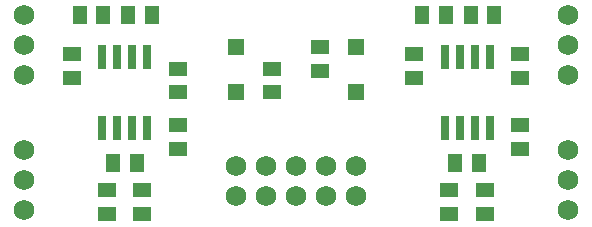
<source format=gts>
G04 #@! TF.GenerationSoftware,KiCad,Pcbnew,(5.1.8)-1*
G04 #@! TF.CreationDate,2021-08-08T18:19:28-04:00*
G04 #@! TF.ProjectId,nearless_back_pcb,6e656172-6c65-4737-935f-6261636b5f70,rev?*
G04 #@! TF.SameCoordinates,Original*
G04 #@! TF.FileFunction,Soldermask,Top*
G04 #@! TF.FilePolarity,Negative*
%FSLAX46Y46*%
G04 Gerber Fmt 4.6, Leading zero omitted, Abs format (unit mm)*
G04 Created by KiCad (PCBNEW (5.1.8)-1) date 2021-08-08 18:19:28*
%MOMM*%
%LPD*%
G01*
G04 APERTURE LIST*
%ADD10R,1.500000X1.300000*%
%ADD11R,1.300000X1.500000*%
%ADD12C,1.727200*%
%ADD13R,0.650000X2.000000*%
%ADD14R,1.400000X1.400000*%
G04 APERTURE END LIST*
D10*
X138500000Y-59300000D03*
X138500000Y-57300000D03*
X109500000Y-59300000D03*
X109500000Y-57300000D03*
X135500000Y-59300000D03*
X135500000Y-57300000D03*
X106500000Y-59300000D03*
X106500000Y-57300000D03*
X141500000Y-47800000D03*
X141500000Y-45800000D03*
X112500000Y-49000000D03*
X112500000Y-47000000D03*
D11*
X133200000Y-42500000D03*
X135200000Y-42500000D03*
X139300000Y-42500000D03*
X137300000Y-42500000D03*
X104200000Y-42500000D03*
X106200000Y-42500000D03*
X110300000Y-42500000D03*
X108300000Y-42500000D03*
D10*
X132500000Y-45800000D03*
X132500000Y-47800000D03*
X141500000Y-53800000D03*
X141500000Y-51800000D03*
X103500000Y-45800000D03*
X103500000Y-47800000D03*
X112500000Y-53800000D03*
X112500000Y-51800000D03*
D11*
X138000000Y-55000000D03*
X136000000Y-55000000D03*
X109000000Y-55000000D03*
X107000000Y-55000000D03*
D12*
X117420000Y-57780000D03*
X117420000Y-55240000D03*
X119960000Y-57780000D03*
X119960000Y-55240000D03*
X122500000Y-57780000D03*
X122500000Y-55240000D03*
X125040000Y-57780000D03*
X125040000Y-55240000D03*
X127580000Y-57780000D03*
X127580000Y-55240000D03*
X99500000Y-59000000D03*
X99500000Y-56460000D03*
X99500000Y-53920000D03*
X145500000Y-53920000D03*
X145500000Y-56460000D03*
X145500000Y-59000000D03*
D13*
X138905000Y-52000000D03*
X137635000Y-52000000D03*
X136365000Y-52000000D03*
X135095000Y-52000000D03*
X135095000Y-46000000D03*
X136365000Y-46000000D03*
X137635000Y-46000000D03*
X138905000Y-46000000D03*
X109905000Y-52000000D03*
X108635000Y-52000000D03*
X107365000Y-52000000D03*
X106095000Y-52000000D03*
X106095000Y-46000000D03*
X107365000Y-46000000D03*
X108635000Y-46000000D03*
X109905000Y-46000000D03*
D12*
X145500000Y-47580000D03*
X145500000Y-45040000D03*
X145500000Y-42500000D03*
X99500000Y-47540000D03*
X99500000Y-45000000D03*
X99500000Y-42460000D03*
D14*
X117400000Y-45190000D03*
X117400000Y-48990000D03*
X127600000Y-48990000D03*
X127600000Y-45190000D03*
D10*
X120500000Y-46990000D03*
X120500000Y-48990000D03*
X124500000Y-47190000D03*
X124500000Y-45190000D03*
M02*

</source>
